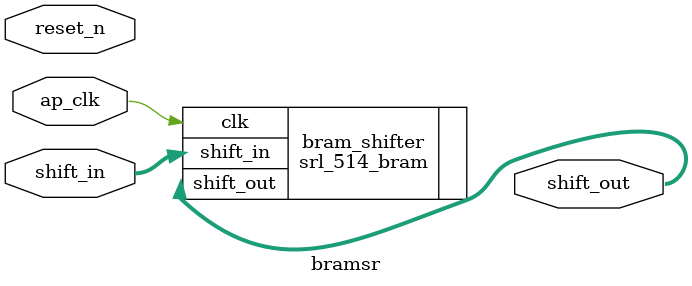
<source format=v>
module bramsr(
    input ap_clk,             //system clock
    input reset_n,         //asynchronous active low reset
    input[15:0] shift_in,    //two input signals to be debounced
    output[15:0] shift_out    //two debounced signals
  );

  srl_514_bram#(514, 9, 16)
              bram_shifter(
                .clk(ap_clk),
                .shift_in(shift_in),
                .shift_out(shift_out)
              );

endmodule

</source>
